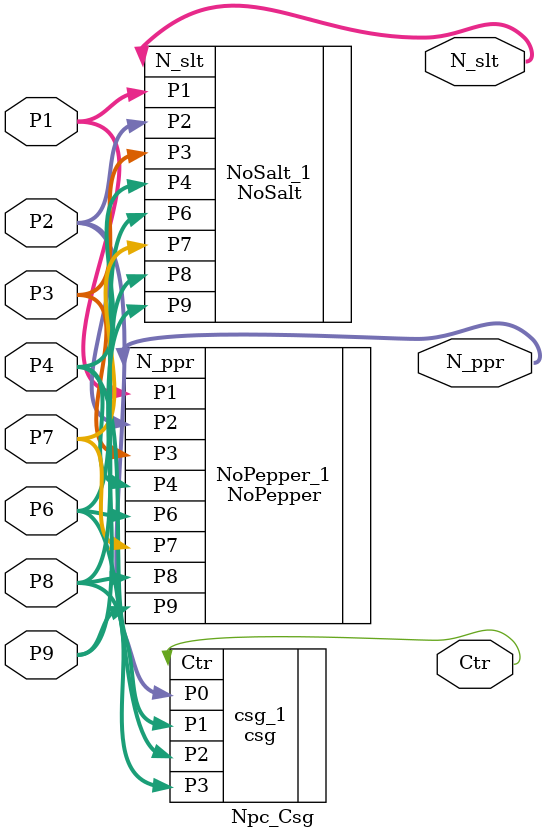
<source format=v>
`timescale 1ns / 1ps

// Noisy pixel counter and control signal generator
module Npc_Csg
(
input [7:0]P1,P2,P3,P4,P6,P7,P8,P9,
output [3:0]N_ppr,N_slt,
output Ctr
);

  csg csg_1(.P0(P2),.P1(P4),.P2(P6),.P3(P8),.Ctr(Ctr));
  NoPepper NoPepper_1(.P1(P1),.P2(P2),.P3(P3),.P4(P4),.P6(P6),.P7(P7),.P8(P8),.P9(P9),.N_ppr(N_ppr));
  NoSalt NoSalt_1(.P1(P1),.P2(P2),.P3(P3),.P4(P4),.P6(P6),.P7(P7),.P8(P8),.P9(P9),.N_slt(N_slt));
    
endmodule

</source>
